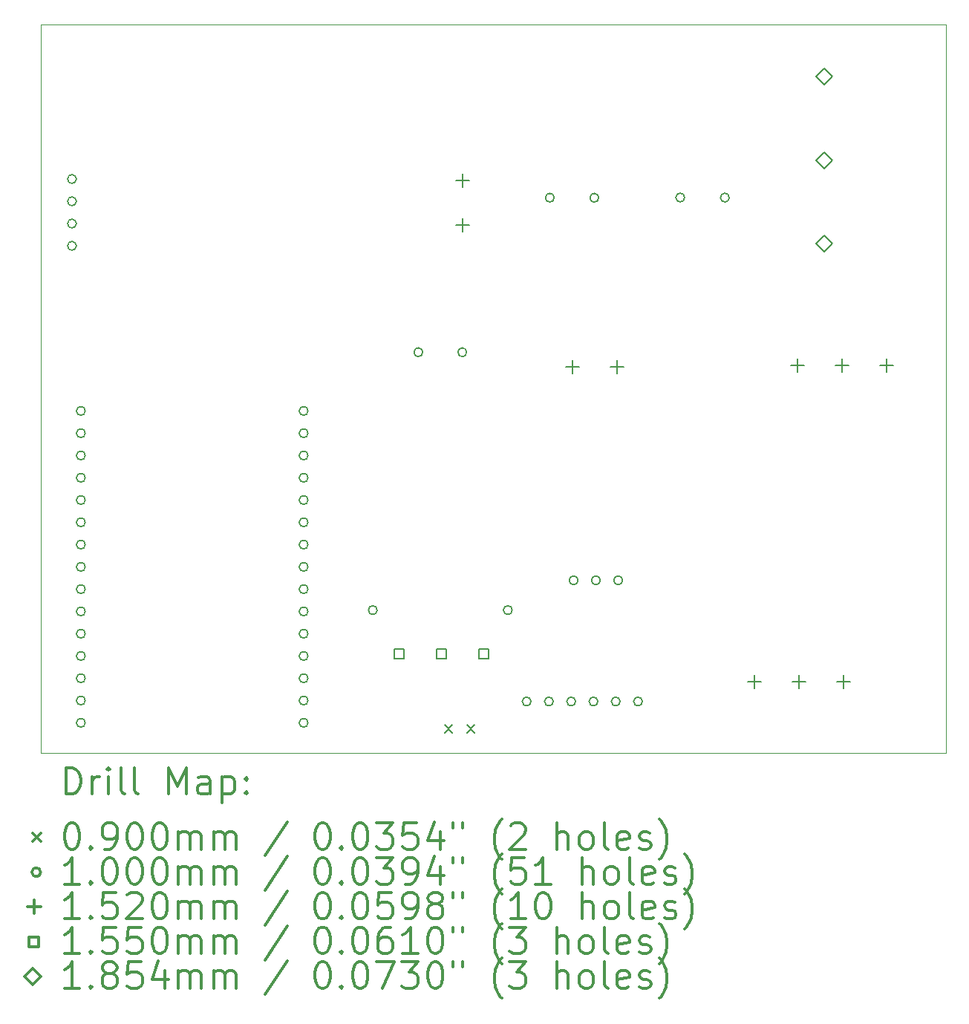
<source format=gbr>
%FSLAX45Y45*%
G04 Gerber Fmt 4.5, Leading zero omitted, Abs format (unit mm)*
G04 Created by KiCad (PCBNEW 5.1.12-84ad8e8a86~92~ubuntu18.04.1) date 2022-03-31 10:51:52*
%MOMM*%
%LPD*%
G01*
G04 APERTURE LIST*
%TA.AperFunction,Profile*%
%ADD10C,0.050000*%
%TD*%
%ADD11C,0.200000*%
%ADD12C,0.300000*%
G04 APERTURE END LIST*
D10*
X57658000Y89885000D02*
X57658000Y98193000D01*
X57658000Y98193000D02*
X67976000Y98193000D01*
X67976000Y89885000D02*
X67976000Y98193000D01*
X57658000Y89885000D02*
X67976000Y89885000D01*
D11*
X62259500Y90206500D02*
X62349500Y90116500D01*
X62349500Y90206500D02*
X62259500Y90116500D01*
X62513500Y90206500D02*
X62603500Y90116500D01*
X62603500Y90206500D02*
X62513500Y90116500D01*
X58062500Y96429500D02*
G75*
G03*
X58062500Y96429500I-50000J0D01*
G01*
X58062500Y96175500D02*
G75*
G03*
X58062500Y96175500I-50000J0D01*
G01*
X58062500Y95921500D02*
G75*
G03*
X58062500Y95921500I-50000J0D01*
G01*
X58062500Y95667500D02*
G75*
G03*
X58062500Y95667500I-50000J0D01*
G01*
X58164000Y93786000D02*
G75*
G03*
X58164000Y93786000I-50000J0D01*
G01*
X58164000Y93532000D02*
G75*
G03*
X58164000Y93532000I-50000J0D01*
G01*
X58164000Y93278000D02*
G75*
G03*
X58164000Y93278000I-50000J0D01*
G01*
X58164000Y93024000D02*
G75*
G03*
X58164000Y93024000I-50000J0D01*
G01*
X58164000Y92770000D02*
G75*
G03*
X58164000Y92770000I-50000J0D01*
G01*
X58164000Y92516000D02*
G75*
G03*
X58164000Y92516000I-50000J0D01*
G01*
X58164000Y92262000D02*
G75*
G03*
X58164000Y92262000I-50000J0D01*
G01*
X58164000Y92008000D02*
G75*
G03*
X58164000Y92008000I-50000J0D01*
G01*
X58164000Y91754000D02*
G75*
G03*
X58164000Y91754000I-50000J0D01*
G01*
X58164000Y91500000D02*
G75*
G03*
X58164000Y91500000I-50000J0D01*
G01*
X58164000Y91246000D02*
G75*
G03*
X58164000Y91246000I-50000J0D01*
G01*
X58164000Y90992000D02*
G75*
G03*
X58164000Y90992000I-50000J0D01*
G01*
X58164000Y90738000D02*
G75*
G03*
X58164000Y90738000I-50000J0D01*
G01*
X58164000Y90484000D02*
G75*
G03*
X58164000Y90484000I-50000J0D01*
G01*
X58164000Y90230000D02*
G75*
G03*
X58164000Y90230000I-50000J0D01*
G01*
X60704000Y93786000D02*
G75*
G03*
X60704000Y93786000I-50000J0D01*
G01*
X60704000Y93532000D02*
G75*
G03*
X60704000Y93532000I-50000J0D01*
G01*
X60704000Y93278000D02*
G75*
G03*
X60704000Y93278000I-50000J0D01*
G01*
X60704000Y93024000D02*
G75*
G03*
X60704000Y93024000I-50000J0D01*
G01*
X60704000Y92770000D02*
G75*
G03*
X60704000Y92770000I-50000J0D01*
G01*
X60704000Y92516000D02*
G75*
G03*
X60704000Y92516000I-50000J0D01*
G01*
X60704000Y92262000D02*
G75*
G03*
X60704000Y92262000I-50000J0D01*
G01*
X60704000Y92008000D02*
G75*
G03*
X60704000Y92008000I-50000J0D01*
G01*
X60704000Y91754000D02*
G75*
G03*
X60704000Y91754000I-50000J0D01*
G01*
X60704000Y91500000D02*
G75*
G03*
X60704000Y91500000I-50000J0D01*
G01*
X60704000Y91246000D02*
G75*
G03*
X60704000Y91246000I-50000J0D01*
G01*
X60704000Y90992000D02*
G75*
G03*
X60704000Y90992000I-50000J0D01*
G01*
X60704000Y90738000D02*
G75*
G03*
X60704000Y90738000I-50000J0D01*
G01*
X60704000Y90484000D02*
G75*
G03*
X60704000Y90484000I-50000J0D01*
G01*
X60704000Y90230000D02*
G75*
G03*
X60704000Y90230000I-50000J0D01*
G01*
X61492500Y91515000D02*
G75*
G03*
X61492500Y91515000I-50000J0D01*
G01*
X62012500Y94455000D02*
G75*
G03*
X62012500Y94455000I-50000J0D01*
G01*
X62512500Y94455000D02*
G75*
G03*
X62512500Y94455000I-50000J0D01*
G01*
X63032500Y91515000D02*
G75*
G03*
X63032500Y91515000I-50000J0D01*
G01*
X63247000Y90473000D02*
G75*
G03*
X63247000Y90473000I-50000J0D01*
G01*
X63501000Y90473000D02*
G75*
G03*
X63501000Y90473000I-50000J0D01*
G01*
X63511000Y96217000D02*
G75*
G03*
X63511000Y96217000I-50000J0D01*
G01*
X63755000Y90473000D02*
G75*
G03*
X63755000Y90473000I-50000J0D01*
G01*
X63782000Y91854000D02*
G75*
G03*
X63782000Y91854000I-50000J0D01*
G01*
X64009000Y90473000D02*
G75*
G03*
X64009000Y90473000I-50000J0D01*
G01*
X64019000Y96216000D02*
G75*
G03*
X64019000Y96216000I-50000J0D01*
G01*
X64036000Y91854000D02*
G75*
G03*
X64036000Y91854000I-50000J0D01*
G01*
X64263000Y90473000D02*
G75*
G03*
X64263000Y90473000I-50000J0D01*
G01*
X64290000Y91854000D02*
G75*
G03*
X64290000Y91854000I-50000J0D01*
G01*
X64517000Y90473000D02*
G75*
G03*
X64517000Y90473000I-50000J0D01*
G01*
X64999000Y96219000D02*
G75*
G03*
X64999000Y96219000I-50000J0D01*
G01*
X65507000Y96218000D02*
G75*
G03*
X65507000Y96218000I-50000J0D01*
G01*
X62470000Y96486500D02*
X62470000Y96334500D01*
X62394000Y96410500D02*
X62546000Y96410500D01*
X62470000Y95978500D02*
X62470000Y95826500D01*
X62394000Y95902500D02*
X62546000Y95902500D01*
X63717000Y94366000D02*
X63717000Y94214000D01*
X63641000Y94290000D02*
X63793000Y94290000D01*
X64225000Y94366000D02*
X64225000Y94214000D01*
X64149000Y94290000D02*
X64301000Y94290000D01*
X65796000Y90777000D02*
X65796000Y90625000D01*
X65720000Y90701000D02*
X65872000Y90701000D01*
X66286000Y94384000D02*
X66286000Y94232000D01*
X66210000Y94308000D02*
X66362000Y94308000D01*
X66304000Y90777000D02*
X66304000Y90625000D01*
X66228000Y90701000D02*
X66380000Y90701000D01*
X66794000Y94384000D02*
X66794000Y94232000D01*
X66718000Y94308000D02*
X66870000Y94308000D01*
X66812000Y90777000D02*
X66812000Y90625000D01*
X66736000Y90701000D02*
X66888000Y90701000D01*
X67302000Y94384000D02*
X67302000Y94232000D01*
X67226000Y94308000D02*
X67378000Y94308000D01*
X61800801Y90962199D02*
X61800801Y91071801D01*
X61691199Y91071801D01*
X61691199Y90962199D01*
X61800801Y90962199D01*
X62280801Y90962199D02*
X62280801Y91071801D01*
X62171199Y91071801D01*
X62171199Y90962199D01*
X62280801Y90962199D01*
X62760801Y90962199D02*
X62760801Y91071801D01*
X62651199Y91071801D01*
X62651199Y90962199D01*
X62760801Y90962199D01*
X66590000Y97504300D02*
X66682700Y97597000D01*
X66590000Y97689700D01*
X66497300Y97597000D01*
X66590000Y97504300D01*
X66590000Y96551300D02*
X66682700Y96644000D01*
X66590000Y96736700D01*
X66497300Y96644000D01*
X66590000Y96551300D01*
X66590000Y95598300D02*
X66682700Y95691000D01*
X66590000Y95783700D01*
X66497300Y95691000D01*
X66590000Y95598300D01*
D12*
X57941928Y89416786D02*
X57941928Y89716786D01*
X58013357Y89716786D01*
X58056214Y89702500D01*
X58084786Y89673928D01*
X58099071Y89645357D01*
X58113357Y89588214D01*
X58113357Y89545357D01*
X58099071Y89488214D01*
X58084786Y89459643D01*
X58056214Y89431071D01*
X58013357Y89416786D01*
X57941928Y89416786D01*
X58241928Y89416786D02*
X58241928Y89616786D01*
X58241928Y89559643D02*
X58256214Y89588214D01*
X58270500Y89602500D01*
X58299071Y89616786D01*
X58327643Y89616786D01*
X58427643Y89416786D02*
X58427643Y89616786D01*
X58427643Y89716786D02*
X58413357Y89702500D01*
X58427643Y89688214D01*
X58441928Y89702500D01*
X58427643Y89716786D01*
X58427643Y89688214D01*
X58613357Y89416786D02*
X58584786Y89431071D01*
X58570500Y89459643D01*
X58570500Y89716786D01*
X58770500Y89416786D02*
X58741928Y89431071D01*
X58727643Y89459643D01*
X58727643Y89716786D01*
X59113357Y89416786D02*
X59113357Y89716786D01*
X59213357Y89502500D01*
X59313357Y89716786D01*
X59313357Y89416786D01*
X59584786Y89416786D02*
X59584786Y89573928D01*
X59570500Y89602500D01*
X59541928Y89616786D01*
X59484786Y89616786D01*
X59456214Y89602500D01*
X59584786Y89431071D02*
X59556214Y89416786D01*
X59484786Y89416786D01*
X59456214Y89431071D01*
X59441928Y89459643D01*
X59441928Y89488214D01*
X59456214Y89516786D01*
X59484786Y89531071D01*
X59556214Y89531071D01*
X59584786Y89545357D01*
X59727643Y89616786D02*
X59727643Y89316786D01*
X59727643Y89602500D02*
X59756214Y89616786D01*
X59813357Y89616786D01*
X59841928Y89602500D01*
X59856214Y89588214D01*
X59870500Y89559643D01*
X59870500Y89473928D01*
X59856214Y89445357D01*
X59841928Y89431071D01*
X59813357Y89416786D01*
X59756214Y89416786D01*
X59727643Y89431071D01*
X59999071Y89445357D02*
X60013357Y89431071D01*
X59999071Y89416786D01*
X59984786Y89431071D01*
X59999071Y89445357D01*
X59999071Y89416786D01*
X59999071Y89602500D02*
X60013357Y89588214D01*
X59999071Y89573928D01*
X59984786Y89588214D01*
X59999071Y89602500D01*
X59999071Y89573928D01*
X57565500Y88967500D02*
X57655500Y88877500D01*
X57655500Y88967500D02*
X57565500Y88877500D01*
X57999071Y89086786D02*
X58027643Y89086786D01*
X58056214Y89072500D01*
X58070500Y89058214D01*
X58084786Y89029643D01*
X58099071Y88972500D01*
X58099071Y88901071D01*
X58084786Y88843928D01*
X58070500Y88815357D01*
X58056214Y88801071D01*
X58027643Y88786786D01*
X57999071Y88786786D01*
X57970500Y88801071D01*
X57956214Y88815357D01*
X57941928Y88843928D01*
X57927643Y88901071D01*
X57927643Y88972500D01*
X57941928Y89029643D01*
X57956214Y89058214D01*
X57970500Y89072500D01*
X57999071Y89086786D01*
X58227643Y88815357D02*
X58241928Y88801071D01*
X58227643Y88786786D01*
X58213357Y88801071D01*
X58227643Y88815357D01*
X58227643Y88786786D01*
X58384786Y88786786D02*
X58441928Y88786786D01*
X58470500Y88801071D01*
X58484786Y88815357D01*
X58513357Y88858214D01*
X58527643Y88915357D01*
X58527643Y89029643D01*
X58513357Y89058214D01*
X58499071Y89072500D01*
X58470500Y89086786D01*
X58413357Y89086786D01*
X58384786Y89072500D01*
X58370500Y89058214D01*
X58356214Y89029643D01*
X58356214Y88958214D01*
X58370500Y88929643D01*
X58384786Y88915357D01*
X58413357Y88901071D01*
X58470500Y88901071D01*
X58499071Y88915357D01*
X58513357Y88929643D01*
X58527643Y88958214D01*
X58713357Y89086786D02*
X58741928Y89086786D01*
X58770500Y89072500D01*
X58784786Y89058214D01*
X58799071Y89029643D01*
X58813357Y88972500D01*
X58813357Y88901071D01*
X58799071Y88843928D01*
X58784786Y88815357D01*
X58770500Y88801071D01*
X58741928Y88786786D01*
X58713357Y88786786D01*
X58684786Y88801071D01*
X58670500Y88815357D01*
X58656214Y88843928D01*
X58641928Y88901071D01*
X58641928Y88972500D01*
X58656214Y89029643D01*
X58670500Y89058214D01*
X58684786Y89072500D01*
X58713357Y89086786D01*
X58999071Y89086786D02*
X59027643Y89086786D01*
X59056214Y89072500D01*
X59070500Y89058214D01*
X59084786Y89029643D01*
X59099071Y88972500D01*
X59099071Y88901071D01*
X59084786Y88843928D01*
X59070500Y88815357D01*
X59056214Y88801071D01*
X59027643Y88786786D01*
X58999071Y88786786D01*
X58970500Y88801071D01*
X58956214Y88815357D01*
X58941928Y88843928D01*
X58927643Y88901071D01*
X58927643Y88972500D01*
X58941928Y89029643D01*
X58956214Y89058214D01*
X58970500Y89072500D01*
X58999071Y89086786D01*
X59227643Y88786786D02*
X59227643Y88986786D01*
X59227643Y88958214D02*
X59241928Y88972500D01*
X59270500Y88986786D01*
X59313357Y88986786D01*
X59341928Y88972500D01*
X59356214Y88943928D01*
X59356214Y88786786D01*
X59356214Y88943928D02*
X59370500Y88972500D01*
X59399071Y88986786D01*
X59441928Y88986786D01*
X59470500Y88972500D01*
X59484786Y88943928D01*
X59484786Y88786786D01*
X59627643Y88786786D02*
X59627643Y88986786D01*
X59627643Y88958214D02*
X59641928Y88972500D01*
X59670500Y88986786D01*
X59713357Y88986786D01*
X59741928Y88972500D01*
X59756214Y88943928D01*
X59756214Y88786786D01*
X59756214Y88943928D02*
X59770500Y88972500D01*
X59799071Y88986786D01*
X59841928Y88986786D01*
X59870500Y88972500D01*
X59884786Y88943928D01*
X59884786Y88786786D01*
X60470500Y89101071D02*
X60213357Y88715357D01*
X60856214Y89086786D02*
X60884786Y89086786D01*
X60913357Y89072500D01*
X60927643Y89058214D01*
X60941928Y89029643D01*
X60956214Y88972500D01*
X60956214Y88901071D01*
X60941928Y88843928D01*
X60927643Y88815357D01*
X60913357Y88801071D01*
X60884786Y88786786D01*
X60856214Y88786786D01*
X60827643Y88801071D01*
X60813357Y88815357D01*
X60799071Y88843928D01*
X60784786Y88901071D01*
X60784786Y88972500D01*
X60799071Y89029643D01*
X60813357Y89058214D01*
X60827643Y89072500D01*
X60856214Y89086786D01*
X61084786Y88815357D02*
X61099071Y88801071D01*
X61084786Y88786786D01*
X61070500Y88801071D01*
X61084786Y88815357D01*
X61084786Y88786786D01*
X61284786Y89086786D02*
X61313357Y89086786D01*
X61341928Y89072500D01*
X61356214Y89058214D01*
X61370500Y89029643D01*
X61384786Y88972500D01*
X61384786Y88901071D01*
X61370500Y88843928D01*
X61356214Y88815357D01*
X61341928Y88801071D01*
X61313357Y88786786D01*
X61284786Y88786786D01*
X61256214Y88801071D01*
X61241928Y88815357D01*
X61227643Y88843928D01*
X61213357Y88901071D01*
X61213357Y88972500D01*
X61227643Y89029643D01*
X61241928Y89058214D01*
X61256214Y89072500D01*
X61284786Y89086786D01*
X61484786Y89086786D02*
X61670500Y89086786D01*
X61570500Y88972500D01*
X61613357Y88972500D01*
X61641928Y88958214D01*
X61656214Y88943928D01*
X61670500Y88915357D01*
X61670500Y88843928D01*
X61656214Y88815357D01*
X61641928Y88801071D01*
X61613357Y88786786D01*
X61527643Y88786786D01*
X61499071Y88801071D01*
X61484786Y88815357D01*
X61941928Y89086786D02*
X61799071Y89086786D01*
X61784786Y88943928D01*
X61799071Y88958214D01*
X61827643Y88972500D01*
X61899071Y88972500D01*
X61927643Y88958214D01*
X61941928Y88943928D01*
X61956214Y88915357D01*
X61956214Y88843928D01*
X61941928Y88815357D01*
X61927643Y88801071D01*
X61899071Y88786786D01*
X61827643Y88786786D01*
X61799071Y88801071D01*
X61784786Y88815357D01*
X62213357Y88986786D02*
X62213357Y88786786D01*
X62141928Y89101071D02*
X62070500Y88886786D01*
X62256214Y88886786D01*
X62356214Y89086786D02*
X62356214Y89029643D01*
X62470500Y89086786D02*
X62470500Y89029643D01*
X62913357Y88672500D02*
X62899071Y88686786D01*
X62870500Y88729643D01*
X62856214Y88758214D01*
X62841928Y88801071D01*
X62827643Y88872500D01*
X62827643Y88929643D01*
X62841928Y89001071D01*
X62856214Y89043928D01*
X62870500Y89072500D01*
X62899071Y89115357D01*
X62913357Y89129643D01*
X63013357Y89058214D02*
X63027643Y89072500D01*
X63056214Y89086786D01*
X63127643Y89086786D01*
X63156214Y89072500D01*
X63170500Y89058214D01*
X63184786Y89029643D01*
X63184786Y89001071D01*
X63170500Y88958214D01*
X62999071Y88786786D01*
X63184786Y88786786D01*
X63541928Y88786786D02*
X63541928Y89086786D01*
X63670500Y88786786D02*
X63670500Y88943928D01*
X63656214Y88972500D01*
X63627643Y88986786D01*
X63584786Y88986786D01*
X63556214Y88972500D01*
X63541928Y88958214D01*
X63856214Y88786786D02*
X63827643Y88801071D01*
X63813357Y88815357D01*
X63799071Y88843928D01*
X63799071Y88929643D01*
X63813357Y88958214D01*
X63827643Y88972500D01*
X63856214Y88986786D01*
X63899071Y88986786D01*
X63927643Y88972500D01*
X63941928Y88958214D01*
X63956214Y88929643D01*
X63956214Y88843928D01*
X63941928Y88815357D01*
X63927643Y88801071D01*
X63899071Y88786786D01*
X63856214Y88786786D01*
X64127643Y88786786D02*
X64099071Y88801071D01*
X64084786Y88829643D01*
X64084786Y89086786D01*
X64356214Y88801071D02*
X64327643Y88786786D01*
X64270500Y88786786D01*
X64241928Y88801071D01*
X64227643Y88829643D01*
X64227643Y88943928D01*
X64241928Y88972500D01*
X64270500Y88986786D01*
X64327643Y88986786D01*
X64356214Y88972500D01*
X64370500Y88943928D01*
X64370500Y88915357D01*
X64227643Y88886786D01*
X64484786Y88801071D02*
X64513357Y88786786D01*
X64570500Y88786786D01*
X64599071Y88801071D01*
X64613357Y88829643D01*
X64613357Y88843928D01*
X64599071Y88872500D01*
X64570500Y88886786D01*
X64527643Y88886786D01*
X64499071Y88901071D01*
X64484786Y88929643D01*
X64484786Y88943928D01*
X64499071Y88972500D01*
X64527643Y88986786D01*
X64570500Y88986786D01*
X64599071Y88972500D01*
X64713357Y88672500D02*
X64727643Y88686786D01*
X64756214Y88729643D01*
X64770500Y88758214D01*
X64784786Y88801071D01*
X64799071Y88872500D01*
X64799071Y88929643D01*
X64784786Y89001071D01*
X64770500Y89043928D01*
X64756214Y89072500D01*
X64727643Y89115357D01*
X64713357Y89129643D01*
X57655500Y88526500D02*
G75*
G03*
X57655500Y88526500I-50000J0D01*
G01*
X58099071Y88390786D02*
X57927643Y88390786D01*
X58013357Y88390786D02*
X58013357Y88690786D01*
X57984786Y88647928D01*
X57956214Y88619357D01*
X57927643Y88605071D01*
X58227643Y88419357D02*
X58241928Y88405071D01*
X58227643Y88390786D01*
X58213357Y88405071D01*
X58227643Y88419357D01*
X58227643Y88390786D01*
X58427643Y88690786D02*
X58456214Y88690786D01*
X58484786Y88676500D01*
X58499071Y88662214D01*
X58513357Y88633643D01*
X58527643Y88576500D01*
X58527643Y88505071D01*
X58513357Y88447928D01*
X58499071Y88419357D01*
X58484786Y88405071D01*
X58456214Y88390786D01*
X58427643Y88390786D01*
X58399071Y88405071D01*
X58384786Y88419357D01*
X58370500Y88447928D01*
X58356214Y88505071D01*
X58356214Y88576500D01*
X58370500Y88633643D01*
X58384786Y88662214D01*
X58399071Y88676500D01*
X58427643Y88690786D01*
X58713357Y88690786D02*
X58741928Y88690786D01*
X58770500Y88676500D01*
X58784786Y88662214D01*
X58799071Y88633643D01*
X58813357Y88576500D01*
X58813357Y88505071D01*
X58799071Y88447928D01*
X58784786Y88419357D01*
X58770500Y88405071D01*
X58741928Y88390786D01*
X58713357Y88390786D01*
X58684786Y88405071D01*
X58670500Y88419357D01*
X58656214Y88447928D01*
X58641928Y88505071D01*
X58641928Y88576500D01*
X58656214Y88633643D01*
X58670500Y88662214D01*
X58684786Y88676500D01*
X58713357Y88690786D01*
X58999071Y88690786D02*
X59027643Y88690786D01*
X59056214Y88676500D01*
X59070500Y88662214D01*
X59084786Y88633643D01*
X59099071Y88576500D01*
X59099071Y88505071D01*
X59084786Y88447928D01*
X59070500Y88419357D01*
X59056214Y88405071D01*
X59027643Y88390786D01*
X58999071Y88390786D01*
X58970500Y88405071D01*
X58956214Y88419357D01*
X58941928Y88447928D01*
X58927643Y88505071D01*
X58927643Y88576500D01*
X58941928Y88633643D01*
X58956214Y88662214D01*
X58970500Y88676500D01*
X58999071Y88690786D01*
X59227643Y88390786D02*
X59227643Y88590786D01*
X59227643Y88562214D02*
X59241928Y88576500D01*
X59270500Y88590786D01*
X59313357Y88590786D01*
X59341928Y88576500D01*
X59356214Y88547928D01*
X59356214Y88390786D01*
X59356214Y88547928D02*
X59370500Y88576500D01*
X59399071Y88590786D01*
X59441928Y88590786D01*
X59470500Y88576500D01*
X59484786Y88547928D01*
X59484786Y88390786D01*
X59627643Y88390786D02*
X59627643Y88590786D01*
X59627643Y88562214D02*
X59641928Y88576500D01*
X59670500Y88590786D01*
X59713357Y88590786D01*
X59741928Y88576500D01*
X59756214Y88547928D01*
X59756214Y88390786D01*
X59756214Y88547928D02*
X59770500Y88576500D01*
X59799071Y88590786D01*
X59841928Y88590786D01*
X59870500Y88576500D01*
X59884786Y88547928D01*
X59884786Y88390786D01*
X60470500Y88705071D02*
X60213357Y88319357D01*
X60856214Y88690786D02*
X60884786Y88690786D01*
X60913357Y88676500D01*
X60927643Y88662214D01*
X60941928Y88633643D01*
X60956214Y88576500D01*
X60956214Y88505071D01*
X60941928Y88447928D01*
X60927643Y88419357D01*
X60913357Y88405071D01*
X60884786Y88390786D01*
X60856214Y88390786D01*
X60827643Y88405071D01*
X60813357Y88419357D01*
X60799071Y88447928D01*
X60784786Y88505071D01*
X60784786Y88576500D01*
X60799071Y88633643D01*
X60813357Y88662214D01*
X60827643Y88676500D01*
X60856214Y88690786D01*
X61084786Y88419357D02*
X61099071Y88405071D01*
X61084786Y88390786D01*
X61070500Y88405071D01*
X61084786Y88419357D01*
X61084786Y88390786D01*
X61284786Y88690786D02*
X61313357Y88690786D01*
X61341928Y88676500D01*
X61356214Y88662214D01*
X61370500Y88633643D01*
X61384786Y88576500D01*
X61384786Y88505071D01*
X61370500Y88447928D01*
X61356214Y88419357D01*
X61341928Y88405071D01*
X61313357Y88390786D01*
X61284786Y88390786D01*
X61256214Y88405071D01*
X61241928Y88419357D01*
X61227643Y88447928D01*
X61213357Y88505071D01*
X61213357Y88576500D01*
X61227643Y88633643D01*
X61241928Y88662214D01*
X61256214Y88676500D01*
X61284786Y88690786D01*
X61484786Y88690786D02*
X61670500Y88690786D01*
X61570500Y88576500D01*
X61613357Y88576500D01*
X61641928Y88562214D01*
X61656214Y88547928D01*
X61670500Y88519357D01*
X61670500Y88447928D01*
X61656214Y88419357D01*
X61641928Y88405071D01*
X61613357Y88390786D01*
X61527643Y88390786D01*
X61499071Y88405071D01*
X61484786Y88419357D01*
X61813357Y88390786D02*
X61870500Y88390786D01*
X61899071Y88405071D01*
X61913357Y88419357D01*
X61941928Y88462214D01*
X61956214Y88519357D01*
X61956214Y88633643D01*
X61941928Y88662214D01*
X61927643Y88676500D01*
X61899071Y88690786D01*
X61841928Y88690786D01*
X61813357Y88676500D01*
X61799071Y88662214D01*
X61784786Y88633643D01*
X61784786Y88562214D01*
X61799071Y88533643D01*
X61813357Y88519357D01*
X61841928Y88505071D01*
X61899071Y88505071D01*
X61927643Y88519357D01*
X61941928Y88533643D01*
X61956214Y88562214D01*
X62213357Y88590786D02*
X62213357Y88390786D01*
X62141928Y88705071D02*
X62070500Y88490786D01*
X62256214Y88490786D01*
X62356214Y88690786D02*
X62356214Y88633643D01*
X62470500Y88690786D02*
X62470500Y88633643D01*
X62913357Y88276500D02*
X62899071Y88290786D01*
X62870500Y88333643D01*
X62856214Y88362214D01*
X62841928Y88405071D01*
X62827643Y88476500D01*
X62827643Y88533643D01*
X62841928Y88605071D01*
X62856214Y88647928D01*
X62870500Y88676500D01*
X62899071Y88719357D01*
X62913357Y88733643D01*
X63170500Y88690786D02*
X63027643Y88690786D01*
X63013357Y88547928D01*
X63027643Y88562214D01*
X63056214Y88576500D01*
X63127643Y88576500D01*
X63156214Y88562214D01*
X63170500Y88547928D01*
X63184786Y88519357D01*
X63184786Y88447928D01*
X63170500Y88419357D01*
X63156214Y88405071D01*
X63127643Y88390786D01*
X63056214Y88390786D01*
X63027643Y88405071D01*
X63013357Y88419357D01*
X63470500Y88390786D02*
X63299071Y88390786D01*
X63384786Y88390786D02*
X63384786Y88690786D01*
X63356214Y88647928D01*
X63327643Y88619357D01*
X63299071Y88605071D01*
X63827643Y88390786D02*
X63827643Y88690786D01*
X63956214Y88390786D02*
X63956214Y88547928D01*
X63941928Y88576500D01*
X63913357Y88590786D01*
X63870500Y88590786D01*
X63841928Y88576500D01*
X63827643Y88562214D01*
X64141928Y88390786D02*
X64113357Y88405071D01*
X64099071Y88419357D01*
X64084786Y88447928D01*
X64084786Y88533643D01*
X64099071Y88562214D01*
X64113357Y88576500D01*
X64141928Y88590786D01*
X64184786Y88590786D01*
X64213357Y88576500D01*
X64227643Y88562214D01*
X64241928Y88533643D01*
X64241928Y88447928D01*
X64227643Y88419357D01*
X64213357Y88405071D01*
X64184786Y88390786D01*
X64141928Y88390786D01*
X64413357Y88390786D02*
X64384786Y88405071D01*
X64370500Y88433643D01*
X64370500Y88690786D01*
X64641928Y88405071D02*
X64613357Y88390786D01*
X64556214Y88390786D01*
X64527643Y88405071D01*
X64513357Y88433643D01*
X64513357Y88547928D01*
X64527643Y88576500D01*
X64556214Y88590786D01*
X64613357Y88590786D01*
X64641928Y88576500D01*
X64656214Y88547928D01*
X64656214Y88519357D01*
X64513357Y88490786D01*
X64770500Y88405071D02*
X64799071Y88390786D01*
X64856214Y88390786D01*
X64884786Y88405071D01*
X64899071Y88433643D01*
X64899071Y88447928D01*
X64884786Y88476500D01*
X64856214Y88490786D01*
X64813357Y88490786D01*
X64784786Y88505071D01*
X64770500Y88533643D01*
X64770500Y88547928D01*
X64784786Y88576500D01*
X64813357Y88590786D01*
X64856214Y88590786D01*
X64884786Y88576500D01*
X64999071Y88276500D02*
X65013357Y88290786D01*
X65041928Y88333643D01*
X65056214Y88362214D01*
X65070500Y88405071D01*
X65084786Y88476500D01*
X65084786Y88533643D01*
X65070500Y88605071D01*
X65056214Y88647928D01*
X65041928Y88676500D01*
X65013357Y88719357D01*
X64999071Y88733643D01*
X57579500Y88206500D02*
X57579500Y88054500D01*
X57503500Y88130500D02*
X57655500Y88130500D01*
X58099071Y87994786D02*
X57927643Y87994786D01*
X58013357Y87994786D02*
X58013357Y88294786D01*
X57984786Y88251928D01*
X57956214Y88223357D01*
X57927643Y88209071D01*
X58227643Y88023357D02*
X58241928Y88009071D01*
X58227643Y87994786D01*
X58213357Y88009071D01*
X58227643Y88023357D01*
X58227643Y87994786D01*
X58513357Y88294786D02*
X58370500Y88294786D01*
X58356214Y88151928D01*
X58370500Y88166214D01*
X58399071Y88180500D01*
X58470500Y88180500D01*
X58499071Y88166214D01*
X58513357Y88151928D01*
X58527643Y88123357D01*
X58527643Y88051928D01*
X58513357Y88023357D01*
X58499071Y88009071D01*
X58470500Y87994786D01*
X58399071Y87994786D01*
X58370500Y88009071D01*
X58356214Y88023357D01*
X58641928Y88266214D02*
X58656214Y88280500D01*
X58684786Y88294786D01*
X58756214Y88294786D01*
X58784786Y88280500D01*
X58799071Y88266214D01*
X58813357Y88237643D01*
X58813357Y88209071D01*
X58799071Y88166214D01*
X58627643Y87994786D01*
X58813357Y87994786D01*
X58999071Y88294786D02*
X59027643Y88294786D01*
X59056214Y88280500D01*
X59070500Y88266214D01*
X59084786Y88237643D01*
X59099071Y88180500D01*
X59099071Y88109071D01*
X59084786Y88051928D01*
X59070500Y88023357D01*
X59056214Y88009071D01*
X59027643Y87994786D01*
X58999071Y87994786D01*
X58970500Y88009071D01*
X58956214Y88023357D01*
X58941928Y88051928D01*
X58927643Y88109071D01*
X58927643Y88180500D01*
X58941928Y88237643D01*
X58956214Y88266214D01*
X58970500Y88280500D01*
X58999071Y88294786D01*
X59227643Y87994786D02*
X59227643Y88194786D01*
X59227643Y88166214D02*
X59241928Y88180500D01*
X59270500Y88194786D01*
X59313357Y88194786D01*
X59341928Y88180500D01*
X59356214Y88151928D01*
X59356214Y87994786D01*
X59356214Y88151928D02*
X59370500Y88180500D01*
X59399071Y88194786D01*
X59441928Y88194786D01*
X59470500Y88180500D01*
X59484786Y88151928D01*
X59484786Y87994786D01*
X59627643Y87994786D02*
X59627643Y88194786D01*
X59627643Y88166214D02*
X59641928Y88180500D01*
X59670500Y88194786D01*
X59713357Y88194786D01*
X59741928Y88180500D01*
X59756214Y88151928D01*
X59756214Y87994786D01*
X59756214Y88151928D02*
X59770500Y88180500D01*
X59799071Y88194786D01*
X59841928Y88194786D01*
X59870500Y88180500D01*
X59884786Y88151928D01*
X59884786Y87994786D01*
X60470500Y88309071D02*
X60213357Y87923357D01*
X60856214Y88294786D02*
X60884786Y88294786D01*
X60913357Y88280500D01*
X60927643Y88266214D01*
X60941928Y88237643D01*
X60956214Y88180500D01*
X60956214Y88109071D01*
X60941928Y88051928D01*
X60927643Y88023357D01*
X60913357Y88009071D01*
X60884786Y87994786D01*
X60856214Y87994786D01*
X60827643Y88009071D01*
X60813357Y88023357D01*
X60799071Y88051928D01*
X60784786Y88109071D01*
X60784786Y88180500D01*
X60799071Y88237643D01*
X60813357Y88266214D01*
X60827643Y88280500D01*
X60856214Y88294786D01*
X61084786Y88023357D02*
X61099071Y88009071D01*
X61084786Y87994786D01*
X61070500Y88009071D01*
X61084786Y88023357D01*
X61084786Y87994786D01*
X61284786Y88294786D02*
X61313357Y88294786D01*
X61341928Y88280500D01*
X61356214Y88266214D01*
X61370500Y88237643D01*
X61384786Y88180500D01*
X61384786Y88109071D01*
X61370500Y88051928D01*
X61356214Y88023357D01*
X61341928Y88009071D01*
X61313357Y87994786D01*
X61284786Y87994786D01*
X61256214Y88009071D01*
X61241928Y88023357D01*
X61227643Y88051928D01*
X61213357Y88109071D01*
X61213357Y88180500D01*
X61227643Y88237643D01*
X61241928Y88266214D01*
X61256214Y88280500D01*
X61284786Y88294786D01*
X61656214Y88294786D02*
X61513357Y88294786D01*
X61499071Y88151928D01*
X61513357Y88166214D01*
X61541928Y88180500D01*
X61613357Y88180500D01*
X61641928Y88166214D01*
X61656214Y88151928D01*
X61670500Y88123357D01*
X61670500Y88051928D01*
X61656214Y88023357D01*
X61641928Y88009071D01*
X61613357Y87994786D01*
X61541928Y87994786D01*
X61513357Y88009071D01*
X61499071Y88023357D01*
X61813357Y87994786D02*
X61870500Y87994786D01*
X61899071Y88009071D01*
X61913357Y88023357D01*
X61941928Y88066214D01*
X61956214Y88123357D01*
X61956214Y88237643D01*
X61941928Y88266214D01*
X61927643Y88280500D01*
X61899071Y88294786D01*
X61841928Y88294786D01*
X61813357Y88280500D01*
X61799071Y88266214D01*
X61784786Y88237643D01*
X61784786Y88166214D01*
X61799071Y88137643D01*
X61813357Y88123357D01*
X61841928Y88109071D01*
X61899071Y88109071D01*
X61927643Y88123357D01*
X61941928Y88137643D01*
X61956214Y88166214D01*
X62127643Y88166214D02*
X62099071Y88180500D01*
X62084786Y88194786D01*
X62070500Y88223357D01*
X62070500Y88237643D01*
X62084786Y88266214D01*
X62099071Y88280500D01*
X62127643Y88294786D01*
X62184786Y88294786D01*
X62213357Y88280500D01*
X62227643Y88266214D01*
X62241928Y88237643D01*
X62241928Y88223357D01*
X62227643Y88194786D01*
X62213357Y88180500D01*
X62184786Y88166214D01*
X62127643Y88166214D01*
X62099071Y88151928D01*
X62084786Y88137643D01*
X62070500Y88109071D01*
X62070500Y88051928D01*
X62084786Y88023357D01*
X62099071Y88009071D01*
X62127643Y87994786D01*
X62184786Y87994786D01*
X62213357Y88009071D01*
X62227643Y88023357D01*
X62241928Y88051928D01*
X62241928Y88109071D01*
X62227643Y88137643D01*
X62213357Y88151928D01*
X62184786Y88166214D01*
X62356214Y88294786D02*
X62356214Y88237643D01*
X62470500Y88294786D02*
X62470500Y88237643D01*
X62913357Y87880500D02*
X62899071Y87894786D01*
X62870500Y87937643D01*
X62856214Y87966214D01*
X62841928Y88009071D01*
X62827643Y88080500D01*
X62827643Y88137643D01*
X62841928Y88209071D01*
X62856214Y88251928D01*
X62870500Y88280500D01*
X62899071Y88323357D01*
X62913357Y88337643D01*
X63184786Y87994786D02*
X63013357Y87994786D01*
X63099071Y87994786D02*
X63099071Y88294786D01*
X63070500Y88251928D01*
X63041928Y88223357D01*
X63013357Y88209071D01*
X63370500Y88294786D02*
X63399071Y88294786D01*
X63427643Y88280500D01*
X63441928Y88266214D01*
X63456214Y88237643D01*
X63470500Y88180500D01*
X63470500Y88109071D01*
X63456214Y88051928D01*
X63441928Y88023357D01*
X63427643Y88009071D01*
X63399071Y87994786D01*
X63370500Y87994786D01*
X63341928Y88009071D01*
X63327643Y88023357D01*
X63313357Y88051928D01*
X63299071Y88109071D01*
X63299071Y88180500D01*
X63313357Y88237643D01*
X63327643Y88266214D01*
X63341928Y88280500D01*
X63370500Y88294786D01*
X63827643Y87994786D02*
X63827643Y88294786D01*
X63956214Y87994786D02*
X63956214Y88151928D01*
X63941928Y88180500D01*
X63913357Y88194786D01*
X63870500Y88194786D01*
X63841928Y88180500D01*
X63827643Y88166214D01*
X64141928Y87994786D02*
X64113357Y88009071D01*
X64099071Y88023357D01*
X64084786Y88051928D01*
X64084786Y88137643D01*
X64099071Y88166214D01*
X64113357Y88180500D01*
X64141928Y88194786D01*
X64184786Y88194786D01*
X64213357Y88180500D01*
X64227643Y88166214D01*
X64241928Y88137643D01*
X64241928Y88051928D01*
X64227643Y88023357D01*
X64213357Y88009071D01*
X64184786Y87994786D01*
X64141928Y87994786D01*
X64413357Y87994786D02*
X64384786Y88009071D01*
X64370500Y88037643D01*
X64370500Y88294786D01*
X64641928Y88009071D02*
X64613357Y87994786D01*
X64556214Y87994786D01*
X64527643Y88009071D01*
X64513357Y88037643D01*
X64513357Y88151928D01*
X64527643Y88180500D01*
X64556214Y88194786D01*
X64613357Y88194786D01*
X64641928Y88180500D01*
X64656214Y88151928D01*
X64656214Y88123357D01*
X64513357Y88094786D01*
X64770500Y88009071D02*
X64799071Y87994786D01*
X64856214Y87994786D01*
X64884786Y88009071D01*
X64899071Y88037643D01*
X64899071Y88051928D01*
X64884786Y88080500D01*
X64856214Y88094786D01*
X64813357Y88094786D01*
X64784786Y88109071D01*
X64770500Y88137643D01*
X64770500Y88151928D01*
X64784786Y88180500D01*
X64813357Y88194786D01*
X64856214Y88194786D01*
X64884786Y88180500D01*
X64999071Y87880500D02*
X65013357Y87894786D01*
X65041928Y87937643D01*
X65056214Y87966214D01*
X65070500Y88009071D01*
X65084786Y88080500D01*
X65084786Y88137643D01*
X65070500Y88209071D01*
X65056214Y88251928D01*
X65041928Y88280500D01*
X65013357Y88323357D01*
X64999071Y88337643D01*
X57632801Y87679699D02*
X57632801Y87789301D01*
X57523199Y87789301D01*
X57523199Y87679699D01*
X57632801Y87679699D01*
X58099071Y87598786D02*
X57927643Y87598786D01*
X58013357Y87598786D02*
X58013357Y87898786D01*
X57984786Y87855928D01*
X57956214Y87827357D01*
X57927643Y87813071D01*
X58227643Y87627357D02*
X58241928Y87613071D01*
X58227643Y87598786D01*
X58213357Y87613071D01*
X58227643Y87627357D01*
X58227643Y87598786D01*
X58513357Y87898786D02*
X58370500Y87898786D01*
X58356214Y87755928D01*
X58370500Y87770214D01*
X58399071Y87784500D01*
X58470500Y87784500D01*
X58499071Y87770214D01*
X58513357Y87755928D01*
X58527643Y87727357D01*
X58527643Y87655928D01*
X58513357Y87627357D01*
X58499071Y87613071D01*
X58470500Y87598786D01*
X58399071Y87598786D01*
X58370500Y87613071D01*
X58356214Y87627357D01*
X58799071Y87898786D02*
X58656214Y87898786D01*
X58641928Y87755928D01*
X58656214Y87770214D01*
X58684786Y87784500D01*
X58756214Y87784500D01*
X58784786Y87770214D01*
X58799071Y87755928D01*
X58813357Y87727357D01*
X58813357Y87655928D01*
X58799071Y87627357D01*
X58784786Y87613071D01*
X58756214Y87598786D01*
X58684786Y87598786D01*
X58656214Y87613071D01*
X58641928Y87627357D01*
X58999071Y87898786D02*
X59027643Y87898786D01*
X59056214Y87884500D01*
X59070500Y87870214D01*
X59084786Y87841643D01*
X59099071Y87784500D01*
X59099071Y87713071D01*
X59084786Y87655928D01*
X59070500Y87627357D01*
X59056214Y87613071D01*
X59027643Y87598786D01*
X58999071Y87598786D01*
X58970500Y87613071D01*
X58956214Y87627357D01*
X58941928Y87655928D01*
X58927643Y87713071D01*
X58927643Y87784500D01*
X58941928Y87841643D01*
X58956214Y87870214D01*
X58970500Y87884500D01*
X58999071Y87898786D01*
X59227643Y87598786D02*
X59227643Y87798786D01*
X59227643Y87770214D02*
X59241928Y87784500D01*
X59270500Y87798786D01*
X59313357Y87798786D01*
X59341928Y87784500D01*
X59356214Y87755928D01*
X59356214Y87598786D01*
X59356214Y87755928D02*
X59370500Y87784500D01*
X59399071Y87798786D01*
X59441928Y87798786D01*
X59470500Y87784500D01*
X59484786Y87755928D01*
X59484786Y87598786D01*
X59627643Y87598786D02*
X59627643Y87798786D01*
X59627643Y87770214D02*
X59641928Y87784500D01*
X59670500Y87798786D01*
X59713357Y87798786D01*
X59741928Y87784500D01*
X59756214Y87755928D01*
X59756214Y87598786D01*
X59756214Y87755928D02*
X59770500Y87784500D01*
X59799071Y87798786D01*
X59841928Y87798786D01*
X59870500Y87784500D01*
X59884786Y87755928D01*
X59884786Y87598786D01*
X60470500Y87913071D02*
X60213357Y87527357D01*
X60856214Y87898786D02*
X60884786Y87898786D01*
X60913357Y87884500D01*
X60927643Y87870214D01*
X60941928Y87841643D01*
X60956214Y87784500D01*
X60956214Y87713071D01*
X60941928Y87655928D01*
X60927643Y87627357D01*
X60913357Y87613071D01*
X60884786Y87598786D01*
X60856214Y87598786D01*
X60827643Y87613071D01*
X60813357Y87627357D01*
X60799071Y87655928D01*
X60784786Y87713071D01*
X60784786Y87784500D01*
X60799071Y87841643D01*
X60813357Y87870214D01*
X60827643Y87884500D01*
X60856214Y87898786D01*
X61084786Y87627357D02*
X61099071Y87613071D01*
X61084786Y87598786D01*
X61070500Y87613071D01*
X61084786Y87627357D01*
X61084786Y87598786D01*
X61284786Y87898786D02*
X61313357Y87898786D01*
X61341928Y87884500D01*
X61356214Y87870214D01*
X61370500Y87841643D01*
X61384786Y87784500D01*
X61384786Y87713071D01*
X61370500Y87655928D01*
X61356214Y87627357D01*
X61341928Y87613071D01*
X61313357Y87598786D01*
X61284786Y87598786D01*
X61256214Y87613071D01*
X61241928Y87627357D01*
X61227643Y87655928D01*
X61213357Y87713071D01*
X61213357Y87784500D01*
X61227643Y87841643D01*
X61241928Y87870214D01*
X61256214Y87884500D01*
X61284786Y87898786D01*
X61641928Y87898786D02*
X61584786Y87898786D01*
X61556214Y87884500D01*
X61541928Y87870214D01*
X61513357Y87827357D01*
X61499071Y87770214D01*
X61499071Y87655928D01*
X61513357Y87627357D01*
X61527643Y87613071D01*
X61556214Y87598786D01*
X61613357Y87598786D01*
X61641928Y87613071D01*
X61656214Y87627357D01*
X61670500Y87655928D01*
X61670500Y87727357D01*
X61656214Y87755928D01*
X61641928Y87770214D01*
X61613357Y87784500D01*
X61556214Y87784500D01*
X61527643Y87770214D01*
X61513357Y87755928D01*
X61499071Y87727357D01*
X61956214Y87598786D02*
X61784786Y87598786D01*
X61870500Y87598786D02*
X61870500Y87898786D01*
X61841928Y87855928D01*
X61813357Y87827357D01*
X61784786Y87813071D01*
X62141928Y87898786D02*
X62170500Y87898786D01*
X62199071Y87884500D01*
X62213357Y87870214D01*
X62227643Y87841643D01*
X62241928Y87784500D01*
X62241928Y87713071D01*
X62227643Y87655928D01*
X62213357Y87627357D01*
X62199071Y87613071D01*
X62170500Y87598786D01*
X62141928Y87598786D01*
X62113357Y87613071D01*
X62099071Y87627357D01*
X62084786Y87655928D01*
X62070500Y87713071D01*
X62070500Y87784500D01*
X62084786Y87841643D01*
X62099071Y87870214D01*
X62113357Y87884500D01*
X62141928Y87898786D01*
X62356214Y87898786D02*
X62356214Y87841643D01*
X62470500Y87898786D02*
X62470500Y87841643D01*
X62913357Y87484500D02*
X62899071Y87498786D01*
X62870500Y87541643D01*
X62856214Y87570214D01*
X62841928Y87613071D01*
X62827643Y87684500D01*
X62827643Y87741643D01*
X62841928Y87813071D01*
X62856214Y87855928D01*
X62870500Y87884500D01*
X62899071Y87927357D01*
X62913357Y87941643D01*
X62999071Y87898786D02*
X63184786Y87898786D01*
X63084786Y87784500D01*
X63127643Y87784500D01*
X63156214Y87770214D01*
X63170500Y87755928D01*
X63184786Y87727357D01*
X63184786Y87655928D01*
X63170500Y87627357D01*
X63156214Y87613071D01*
X63127643Y87598786D01*
X63041928Y87598786D01*
X63013357Y87613071D01*
X62999071Y87627357D01*
X63541928Y87598786D02*
X63541928Y87898786D01*
X63670500Y87598786D02*
X63670500Y87755928D01*
X63656214Y87784500D01*
X63627643Y87798786D01*
X63584786Y87798786D01*
X63556214Y87784500D01*
X63541928Y87770214D01*
X63856214Y87598786D02*
X63827643Y87613071D01*
X63813357Y87627357D01*
X63799071Y87655928D01*
X63799071Y87741643D01*
X63813357Y87770214D01*
X63827643Y87784500D01*
X63856214Y87798786D01*
X63899071Y87798786D01*
X63927643Y87784500D01*
X63941928Y87770214D01*
X63956214Y87741643D01*
X63956214Y87655928D01*
X63941928Y87627357D01*
X63927643Y87613071D01*
X63899071Y87598786D01*
X63856214Y87598786D01*
X64127643Y87598786D02*
X64099071Y87613071D01*
X64084786Y87641643D01*
X64084786Y87898786D01*
X64356214Y87613071D02*
X64327643Y87598786D01*
X64270500Y87598786D01*
X64241928Y87613071D01*
X64227643Y87641643D01*
X64227643Y87755928D01*
X64241928Y87784500D01*
X64270500Y87798786D01*
X64327643Y87798786D01*
X64356214Y87784500D01*
X64370500Y87755928D01*
X64370500Y87727357D01*
X64227643Y87698786D01*
X64484786Y87613071D02*
X64513357Y87598786D01*
X64570500Y87598786D01*
X64599071Y87613071D01*
X64613357Y87641643D01*
X64613357Y87655928D01*
X64599071Y87684500D01*
X64570500Y87698786D01*
X64527643Y87698786D01*
X64499071Y87713071D01*
X64484786Y87741643D01*
X64484786Y87755928D01*
X64499071Y87784500D01*
X64527643Y87798786D01*
X64570500Y87798786D01*
X64599071Y87784500D01*
X64713357Y87484500D02*
X64727643Y87498786D01*
X64756214Y87541643D01*
X64770500Y87570214D01*
X64784786Y87613071D01*
X64799071Y87684500D01*
X64799071Y87741643D01*
X64784786Y87813071D01*
X64770500Y87855928D01*
X64756214Y87884500D01*
X64727643Y87927357D01*
X64713357Y87941643D01*
X57562800Y87245800D02*
X57655500Y87338500D01*
X57562800Y87431200D01*
X57470100Y87338500D01*
X57562800Y87245800D01*
X58099071Y87202786D02*
X57927643Y87202786D01*
X58013357Y87202786D02*
X58013357Y87502786D01*
X57984786Y87459928D01*
X57956214Y87431357D01*
X57927643Y87417071D01*
X58227643Y87231357D02*
X58241928Y87217071D01*
X58227643Y87202786D01*
X58213357Y87217071D01*
X58227643Y87231357D01*
X58227643Y87202786D01*
X58413357Y87374214D02*
X58384786Y87388500D01*
X58370500Y87402786D01*
X58356214Y87431357D01*
X58356214Y87445643D01*
X58370500Y87474214D01*
X58384786Y87488500D01*
X58413357Y87502786D01*
X58470500Y87502786D01*
X58499071Y87488500D01*
X58513357Y87474214D01*
X58527643Y87445643D01*
X58527643Y87431357D01*
X58513357Y87402786D01*
X58499071Y87388500D01*
X58470500Y87374214D01*
X58413357Y87374214D01*
X58384786Y87359928D01*
X58370500Y87345643D01*
X58356214Y87317071D01*
X58356214Y87259928D01*
X58370500Y87231357D01*
X58384786Y87217071D01*
X58413357Y87202786D01*
X58470500Y87202786D01*
X58499071Y87217071D01*
X58513357Y87231357D01*
X58527643Y87259928D01*
X58527643Y87317071D01*
X58513357Y87345643D01*
X58499071Y87359928D01*
X58470500Y87374214D01*
X58799071Y87502786D02*
X58656214Y87502786D01*
X58641928Y87359928D01*
X58656214Y87374214D01*
X58684786Y87388500D01*
X58756214Y87388500D01*
X58784786Y87374214D01*
X58799071Y87359928D01*
X58813357Y87331357D01*
X58813357Y87259928D01*
X58799071Y87231357D01*
X58784786Y87217071D01*
X58756214Y87202786D01*
X58684786Y87202786D01*
X58656214Y87217071D01*
X58641928Y87231357D01*
X59070500Y87402786D02*
X59070500Y87202786D01*
X58999071Y87517071D02*
X58927643Y87302786D01*
X59113357Y87302786D01*
X59227643Y87202786D02*
X59227643Y87402786D01*
X59227643Y87374214D02*
X59241928Y87388500D01*
X59270500Y87402786D01*
X59313357Y87402786D01*
X59341928Y87388500D01*
X59356214Y87359928D01*
X59356214Y87202786D01*
X59356214Y87359928D02*
X59370500Y87388500D01*
X59399071Y87402786D01*
X59441928Y87402786D01*
X59470500Y87388500D01*
X59484786Y87359928D01*
X59484786Y87202786D01*
X59627643Y87202786D02*
X59627643Y87402786D01*
X59627643Y87374214D02*
X59641928Y87388500D01*
X59670500Y87402786D01*
X59713357Y87402786D01*
X59741928Y87388500D01*
X59756214Y87359928D01*
X59756214Y87202786D01*
X59756214Y87359928D02*
X59770500Y87388500D01*
X59799071Y87402786D01*
X59841928Y87402786D01*
X59870500Y87388500D01*
X59884786Y87359928D01*
X59884786Y87202786D01*
X60470500Y87517071D02*
X60213357Y87131357D01*
X60856214Y87502786D02*
X60884786Y87502786D01*
X60913357Y87488500D01*
X60927643Y87474214D01*
X60941928Y87445643D01*
X60956214Y87388500D01*
X60956214Y87317071D01*
X60941928Y87259928D01*
X60927643Y87231357D01*
X60913357Y87217071D01*
X60884786Y87202786D01*
X60856214Y87202786D01*
X60827643Y87217071D01*
X60813357Y87231357D01*
X60799071Y87259928D01*
X60784786Y87317071D01*
X60784786Y87388500D01*
X60799071Y87445643D01*
X60813357Y87474214D01*
X60827643Y87488500D01*
X60856214Y87502786D01*
X61084786Y87231357D02*
X61099071Y87217071D01*
X61084786Y87202786D01*
X61070500Y87217071D01*
X61084786Y87231357D01*
X61084786Y87202786D01*
X61284786Y87502786D02*
X61313357Y87502786D01*
X61341928Y87488500D01*
X61356214Y87474214D01*
X61370500Y87445643D01*
X61384786Y87388500D01*
X61384786Y87317071D01*
X61370500Y87259928D01*
X61356214Y87231357D01*
X61341928Y87217071D01*
X61313357Y87202786D01*
X61284786Y87202786D01*
X61256214Y87217071D01*
X61241928Y87231357D01*
X61227643Y87259928D01*
X61213357Y87317071D01*
X61213357Y87388500D01*
X61227643Y87445643D01*
X61241928Y87474214D01*
X61256214Y87488500D01*
X61284786Y87502786D01*
X61484786Y87502786D02*
X61684786Y87502786D01*
X61556214Y87202786D01*
X61770500Y87502786D02*
X61956214Y87502786D01*
X61856214Y87388500D01*
X61899071Y87388500D01*
X61927643Y87374214D01*
X61941928Y87359928D01*
X61956214Y87331357D01*
X61956214Y87259928D01*
X61941928Y87231357D01*
X61927643Y87217071D01*
X61899071Y87202786D01*
X61813357Y87202786D01*
X61784786Y87217071D01*
X61770500Y87231357D01*
X62141928Y87502786D02*
X62170500Y87502786D01*
X62199071Y87488500D01*
X62213357Y87474214D01*
X62227643Y87445643D01*
X62241928Y87388500D01*
X62241928Y87317071D01*
X62227643Y87259928D01*
X62213357Y87231357D01*
X62199071Y87217071D01*
X62170500Y87202786D01*
X62141928Y87202786D01*
X62113357Y87217071D01*
X62099071Y87231357D01*
X62084786Y87259928D01*
X62070500Y87317071D01*
X62070500Y87388500D01*
X62084786Y87445643D01*
X62099071Y87474214D01*
X62113357Y87488500D01*
X62141928Y87502786D01*
X62356214Y87502786D02*
X62356214Y87445643D01*
X62470500Y87502786D02*
X62470500Y87445643D01*
X62913357Y87088500D02*
X62899071Y87102786D01*
X62870500Y87145643D01*
X62856214Y87174214D01*
X62841928Y87217071D01*
X62827643Y87288500D01*
X62827643Y87345643D01*
X62841928Y87417071D01*
X62856214Y87459928D01*
X62870500Y87488500D01*
X62899071Y87531357D01*
X62913357Y87545643D01*
X62999071Y87502786D02*
X63184786Y87502786D01*
X63084786Y87388500D01*
X63127643Y87388500D01*
X63156214Y87374214D01*
X63170500Y87359928D01*
X63184786Y87331357D01*
X63184786Y87259928D01*
X63170500Y87231357D01*
X63156214Y87217071D01*
X63127643Y87202786D01*
X63041928Y87202786D01*
X63013357Y87217071D01*
X62999071Y87231357D01*
X63541928Y87202786D02*
X63541928Y87502786D01*
X63670500Y87202786D02*
X63670500Y87359928D01*
X63656214Y87388500D01*
X63627643Y87402786D01*
X63584786Y87402786D01*
X63556214Y87388500D01*
X63541928Y87374214D01*
X63856214Y87202786D02*
X63827643Y87217071D01*
X63813357Y87231357D01*
X63799071Y87259928D01*
X63799071Y87345643D01*
X63813357Y87374214D01*
X63827643Y87388500D01*
X63856214Y87402786D01*
X63899071Y87402786D01*
X63927643Y87388500D01*
X63941928Y87374214D01*
X63956214Y87345643D01*
X63956214Y87259928D01*
X63941928Y87231357D01*
X63927643Y87217071D01*
X63899071Y87202786D01*
X63856214Y87202786D01*
X64127643Y87202786D02*
X64099071Y87217071D01*
X64084786Y87245643D01*
X64084786Y87502786D01*
X64356214Y87217071D02*
X64327643Y87202786D01*
X64270500Y87202786D01*
X64241928Y87217071D01*
X64227643Y87245643D01*
X64227643Y87359928D01*
X64241928Y87388500D01*
X64270500Y87402786D01*
X64327643Y87402786D01*
X64356214Y87388500D01*
X64370500Y87359928D01*
X64370500Y87331357D01*
X64227643Y87302786D01*
X64484786Y87217071D02*
X64513357Y87202786D01*
X64570500Y87202786D01*
X64599071Y87217071D01*
X64613357Y87245643D01*
X64613357Y87259928D01*
X64599071Y87288500D01*
X64570500Y87302786D01*
X64527643Y87302786D01*
X64499071Y87317071D01*
X64484786Y87345643D01*
X64484786Y87359928D01*
X64499071Y87388500D01*
X64527643Y87402786D01*
X64570500Y87402786D01*
X64599071Y87388500D01*
X64713357Y87088500D02*
X64727643Y87102786D01*
X64756214Y87145643D01*
X64770500Y87174214D01*
X64784786Y87217071D01*
X64799071Y87288500D01*
X64799071Y87345643D01*
X64784786Y87417071D01*
X64770500Y87459928D01*
X64756214Y87488500D01*
X64727643Y87531357D01*
X64713357Y87545643D01*
M02*

</source>
